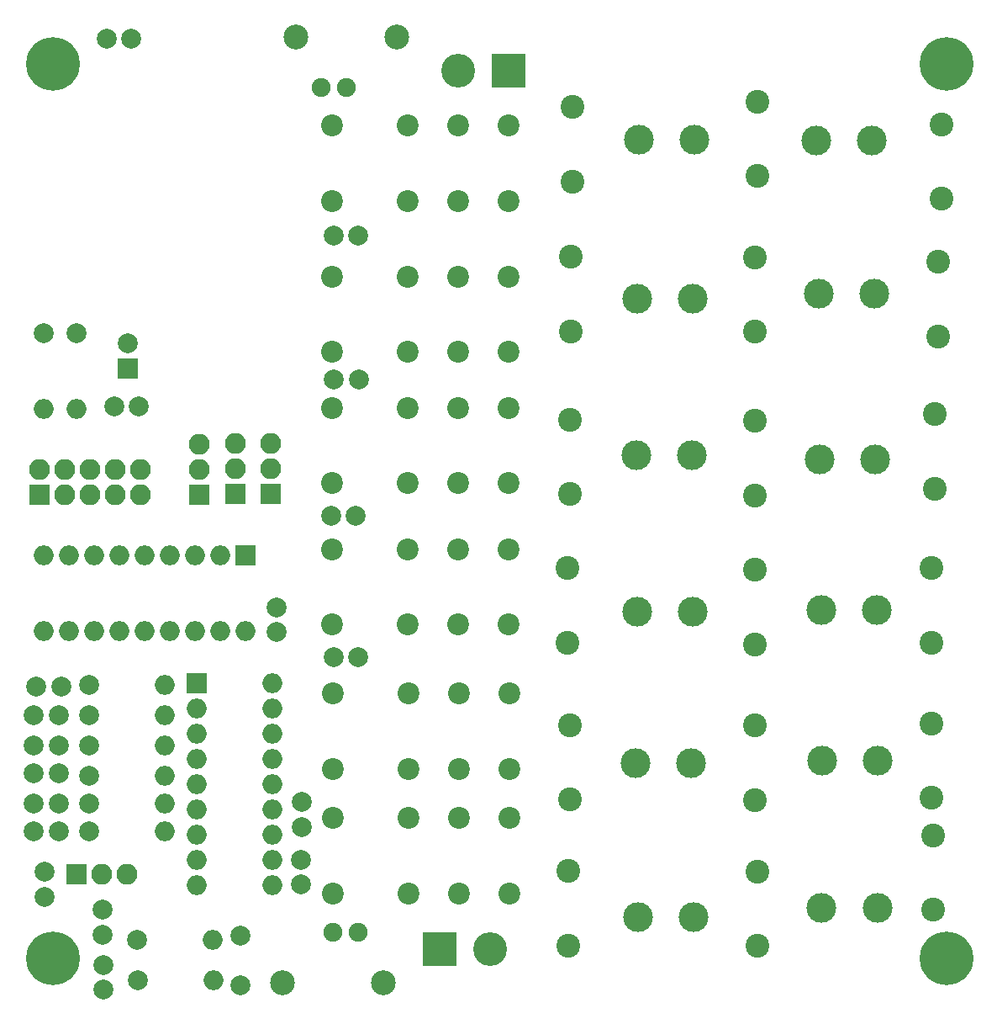
<source format=gbr>
G04 #@! TF.FileFunction,Soldermask,Bot*
%FSLAX46Y46*%
G04 Gerber Fmt 4.6, Leading zero omitted, Abs format (unit mm)*
G04 Created by KiCad (PCBNEW 4.0.7) date 07/02/19 23:07:16*
%MOMM*%
%LPD*%
G01*
G04 APERTURE LIST*
%ADD10C,0.100000*%
%ADD11C,3.000000*%
%ADD12C,1.900000*%
%ADD13C,2.500000*%
%ADD14R,3.400000X3.400000*%
%ADD15C,3.400000*%
%ADD16C,5.400000*%
%ADD17C,2.400000*%
%ADD18C,2.200000*%
%ADD19R,2.000000X2.000000*%
%ADD20O,2.000000X2.000000*%
%ADD21C,2.000000*%
%ADD22R,2.100000X2.100000*%
%ADD23O,2.100000X2.100000*%
G04 APERTURE END LIST*
D10*
D11*
X122148600Y-68122800D03*
X127748600Y-68122800D03*
X103670100Y-115366800D03*
X109270100Y-115366800D03*
D12*
X74587100Y-47317700D03*
X72047100Y-47317700D03*
D13*
X69507100Y-42237700D03*
X79667100Y-42237700D03*
D14*
X90906600Y-45643800D03*
D15*
X85826600Y-45643800D03*
D12*
X73190100Y-132323800D03*
X75730100Y-132323800D03*
D13*
X78270100Y-137403800D03*
X68110100Y-137403800D03*
D14*
X83921600Y-134035800D03*
D15*
X89001600Y-134035800D03*
D16*
X45000000Y-135000000D03*
X135000000Y-135000000D03*
X135000000Y-45000000D03*
X45000000Y-45000000D03*
D11*
X103860600Y-100126800D03*
X109460600Y-100126800D03*
X103936800Y-130860800D03*
X109536800Y-130860800D03*
X121894600Y-52692300D03*
X127494600Y-52692300D03*
X122250200Y-84734400D03*
X127850200Y-84734400D03*
X122377200Y-99923600D03*
X127977200Y-99923600D03*
X122453400Y-115062000D03*
X128053400Y-115062000D03*
X122428000Y-129921000D03*
X128028000Y-129921000D03*
D17*
X97320100Y-49326800D03*
X97320100Y-56826800D03*
X97193100Y-64376300D03*
X97193100Y-71876300D03*
X97066100Y-80759300D03*
X97066100Y-88259300D03*
X96812100Y-95681800D03*
X96812100Y-103181800D03*
X97066100Y-111493300D03*
X97066100Y-118993300D03*
X96875600Y-126161800D03*
X96875600Y-133661800D03*
X115989100Y-56248300D03*
X115989100Y-48748300D03*
X115671600Y-71932800D03*
X115671600Y-64432800D03*
X115671600Y-88379300D03*
X115671600Y-80879300D03*
X115671600Y-103365300D03*
X115671600Y-95865300D03*
X115735100Y-119049800D03*
X115735100Y-111549800D03*
X115951000Y-133731000D03*
X115951000Y-126231000D03*
X134531100Y-51041300D03*
X134531100Y-58541300D03*
X134162800Y-64897000D03*
X134162800Y-72397000D03*
X133807200Y-80187800D03*
X133807200Y-87687800D03*
X133502400Y-95681800D03*
X133502400Y-103181800D03*
X133477000Y-111328200D03*
X133477000Y-118828200D03*
X133616700Y-122593100D03*
X133616700Y-130093100D03*
D11*
X103987600Y-52565300D03*
X109587600Y-52565300D03*
X103860600Y-68567300D03*
X109460600Y-68567300D03*
X103733600Y-84315300D03*
X109333600Y-84315300D03*
D18*
X80716100Y-51140200D03*
X90876100Y-51140200D03*
X85796100Y-51140200D03*
X85796100Y-58740200D03*
X80716100Y-58740200D03*
X90876100Y-58740200D03*
X73096100Y-51140200D03*
X73096100Y-58740200D03*
X80779600Y-66354800D03*
X90939600Y-66354800D03*
X85859600Y-66354800D03*
X85859600Y-73954800D03*
X80779600Y-73954800D03*
X90939600Y-73954800D03*
X73159600Y-66354800D03*
X73159600Y-73954800D03*
X80779600Y-79562800D03*
X90939600Y-79562800D03*
X85859600Y-79562800D03*
X85859600Y-87162800D03*
X80779600Y-87162800D03*
X90939600Y-87162800D03*
X73159600Y-79562800D03*
X73159600Y-87162800D03*
X80779600Y-93786800D03*
X90939600Y-93786800D03*
X85859600Y-93786800D03*
X85859600Y-101386800D03*
X80779600Y-101386800D03*
X90939600Y-101386800D03*
X73159600Y-93786800D03*
X73159600Y-101386800D03*
X80789760Y-108295280D03*
X90949760Y-108295280D03*
X85869760Y-108295280D03*
X85869760Y-115895280D03*
X80789760Y-115895280D03*
X90949760Y-115895280D03*
X73169760Y-108295280D03*
X73169760Y-115895280D03*
X80845640Y-120812400D03*
X91005640Y-120812400D03*
X85925640Y-120812400D03*
X85925640Y-128412400D03*
X80845640Y-128412400D03*
X91005640Y-128412400D03*
X73225640Y-120812400D03*
X73225640Y-128412400D03*
D19*
X59474100Y-107302300D03*
D20*
X67094100Y-127622300D03*
X59474100Y-109842300D03*
X67094100Y-125082300D03*
X59474100Y-112382300D03*
X67094100Y-122542300D03*
X59474100Y-114922300D03*
X67094100Y-120002300D03*
X59474100Y-117462300D03*
X67094100Y-117462300D03*
X59474100Y-120002300D03*
X67094100Y-114922300D03*
X59474100Y-122542300D03*
X67094100Y-112382300D03*
X59474100Y-125082300D03*
X67094100Y-109842300D03*
X59474100Y-127622300D03*
X67094100Y-107302300D03*
D21*
X73253600Y-62280800D03*
X75753600Y-62280800D03*
X73317100Y-76695300D03*
X75817100Y-76695300D03*
X70078600Y-119240300D03*
X70078600Y-121740300D03*
X69951600Y-127558800D03*
X69951600Y-125058800D03*
X72999600Y-90474800D03*
X75499600Y-90474800D03*
X73253600Y-104698800D03*
X75753600Y-104698800D03*
X51155600Y-79425800D03*
X53655600Y-79425800D03*
X67513200Y-99631500D03*
X67513200Y-102131500D03*
X45821600Y-107619800D03*
X43321600Y-107619800D03*
X50393600Y-42468800D03*
X52893600Y-42468800D03*
X44170600Y-128765300D03*
X44170600Y-126265300D03*
X45567600Y-110540800D03*
X43067600Y-110540800D03*
X45567600Y-113588800D03*
X43067600Y-113588800D03*
X45567600Y-116382800D03*
X43067600Y-116382800D03*
X45567600Y-119430800D03*
X43067600Y-119430800D03*
X45567600Y-122224800D03*
X43067600Y-122224800D03*
X63855600Y-137718800D03*
X63855600Y-132718800D03*
X50012600Y-132575300D03*
X50012600Y-130075300D03*
D22*
X43662600Y-88315800D03*
D23*
X43662600Y-85775800D03*
X46202600Y-88315800D03*
X46202600Y-85775800D03*
X48742600Y-88315800D03*
X48742600Y-85775800D03*
X51282600Y-88315800D03*
X51282600Y-85775800D03*
X53822600Y-88315800D03*
X53822600Y-85775800D03*
D22*
X47409100Y-126479300D03*
D23*
X49949100Y-126479300D03*
X52489100Y-126479300D03*
D22*
X59766200Y-88290400D03*
D23*
X59766200Y-85750400D03*
X59766200Y-83210400D03*
D22*
X63367920Y-88234520D03*
D23*
X63367920Y-85694520D03*
X63367920Y-83154520D03*
D22*
X66918840Y-88265000D03*
D23*
X66918840Y-85725000D03*
X66918840Y-83185000D03*
D21*
X48615600Y-107492800D03*
D20*
X56235600Y-107492800D03*
D21*
X48615600Y-110540800D03*
D20*
X56235600Y-110540800D03*
D21*
X48615600Y-113588800D03*
D20*
X56235600Y-113588800D03*
D21*
X48615600Y-116636800D03*
D20*
X56235600Y-116636800D03*
D21*
X48615600Y-119430800D03*
D20*
X56235600Y-119430800D03*
D21*
X48615600Y-122224800D03*
D20*
X56235600Y-122224800D03*
D21*
X53505100Y-133146800D03*
D20*
X61125100Y-133146800D03*
D21*
X53568600Y-137210800D03*
D20*
X61188600Y-137210800D03*
D21*
X44043600Y-72059800D03*
D20*
X44043600Y-79679800D03*
D21*
X47386240Y-72085200D03*
D20*
X47386240Y-79705200D03*
D19*
X64427100Y-94411800D03*
D20*
X44107100Y-102031800D03*
X61887100Y-94411800D03*
X46647100Y-102031800D03*
X59347100Y-94411800D03*
X49187100Y-102031800D03*
X56807100Y-94411800D03*
X51727100Y-102031800D03*
X54267100Y-94411800D03*
X54267100Y-102031800D03*
X51727100Y-94411800D03*
X56807100Y-102031800D03*
X49187100Y-94411800D03*
X59347100Y-102031800D03*
X46647100Y-94411800D03*
X61887100Y-102031800D03*
X44107100Y-94411800D03*
X64427100Y-102031800D03*
D21*
X50076100Y-135623300D03*
X50076100Y-138123300D03*
D19*
X52552600Y-75615800D03*
D21*
X52552600Y-73115800D03*
M02*

</source>
